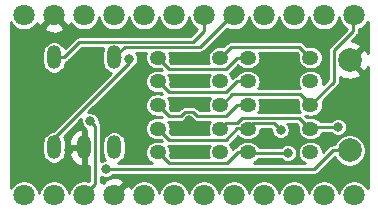
<source format=gbr>
%TF.GenerationSoftware,KiCad,Pcbnew,(5.1.8-0-10_14)*%
%TF.CreationDate,2021-02-06T12:21:22+09:00*%
%TF.ProjectId,usb-pidvid-fixture,7573622d-7069-4647-9669-642d66697874,rev?*%
%TF.SameCoordinates,Original*%
%TF.FileFunction,Copper,L1,Top*%
%TF.FilePolarity,Positive*%
%FSLAX46Y46*%
G04 Gerber Fmt 4.6, Leading zero omitted, Abs format (unit mm)*
G04 Created by KiCad (PCBNEW (5.1.8-0-10_14)) date 2021-02-06 12:21:22*
%MOMM*%
%LPD*%
G01*
G04 APERTURE LIST*
%TA.AperFunction,ComponentPad*%
%ADD10O,1.400000X1.200000*%
%TD*%
%TA.AperFunction,ComponentPad*%
%ADD11C,1.800000*%
%TD*%
%TA.AperFunction,ComponentPad*%
%ADD12C,2.000000*%
%TD*%
%TA.AperFunction,ComponentPad*%
%ADD13O,1.200000X2.000000*%
%TD*%
%TA.AperFunction,ViaPad*%
%ADD14C,0.800000*%
%TD*%
%TA.AperFunction,Conductor*%
%ADD15C,0.250000*%
%TD*%
%TA.AperFunction,Conductor*%
%ADD16C,0.254000*%
%TD*%
%TA.AperFunction,Conductor*%
%ADD17C,0.100000*%
%TD*%
G04 APERTURE END LIST*
D10*
%TO.P,D1,5*%
%TO.N,D8*%
X133246040Y-82716200D03*
%TO.P,D1,6*%
%TO.N,Net-(D1-Pad6)*%
X138546040Y-82716200D03*
%TO.P,D1,4*%
%TO.N,D7*%
X133246040Y-80716200D03*
%TO.P,D1,7*%
%TO.N,D9*%
X138546040Y-80716200D03*
%TO.P,D1,3*%
%TO.N,D6*%
X133246040Y-78716200D03*
%TO.P,D1,8*%
%TO.N,D10*%
X138546040Y-78716200D03*
%TO.P,D1,2*%
%TO.N,D5*%
X133246040Y-76716200D03*
%TO.P,D1,9*%
%TO.N,Net-(D1-Pad6)*%
X138546040Y-76716200D03*
%TO.P,D1,1*%
%TO.N,D4*%
X133246040Y-74716200D03*
%TO.P,D1,10*%
%TO.N,D11*%
X138546040Y-74716200D03*
%TD*%
%TO.P,D2,5*%
%TO.N,D8*%
X125626040Y-82716200D03*
%TO.P,D2,6*%
%TO.N,Net-(D2-Pad6)*%
X130926040Y-82716200D03*
%TO.P,D2,4*%
%TO.N,D7*%
X125626040Y-80716200D03*
%TO.P,D2,7*%
%TO.N,D9*%
X130926040Y-80716200D03*
%TO.P,D2,3*%
%TO.N,D6*%
X125626040Y-78716200D03*
%TO.P,D2,8*%
%TO.N,D10*%
X130926040Y-78716200D03*
%TO.P,D2,2*%
%TO.N,D5*%
X125626040Y-76716200D03*
%TO.P,D2,9*%
%TO.N,Net-(D2-Pad6)*%
X130926040Y-76716200D03*
%TO.P,D2,1*%
%TO.N,D4*%
X125626040Y-74716200D03*
%TO.P,D2,10*%
%TO.N,D11*%
X130926040Y-74716200D03*
%TD*%
D11*
%TO.P,J1,1*%
%TO.N,Net-(J1-Pad1)*%
X114300000Y-86360000D03*
%TO.P,J1,2*%
%TO.N,Net-(J1-Pad2)*%
X116840000Y-86360000D03*
%TO.P,J1,3*%
%TO.N,RESET2*%
X119380000Y-86360000D03*
%TO.P,J1,4*%
%TO.N,GND*%
X121920000Y-86360000D03*
%TO.P,J1,5*%
%TO.N,Net-(J1-Pad5)*%
X124460000Y-86360000D03*
%TO.P,J1,6*%
%TO.N,Net-(J1-Pad6)*%
X127000000Y-86360000D03*
%TO.P,J1,7*%
%TO.N,D4*%
X129540000Y-86360000D03*
%TO.P,J1,8*%
%TO.N,D5*%
X132080000Y-86360000D03*
%TO.P,J1,9*%
%TO.N,D6*%
X134620000Y-86360000D03*
%TO.P,J1,10*%
%TO.N,D7*%
X137160000Y-86360000D03*
%TO.P,J1,11*%
%TO.N,D8*%
X139700000Y-86360000D03*
%TO.P,J1,12*%
%TO.N,D9*%
X142240000Y-86360000D03*
%TO.P,J1,13*%
%TO.N,D10*%
X142240000Y-71120000D03*
%TO.P,J1,14*%
%TO.N,D11*%
X139700000Y-71120000D03*
%TO.P,J1,15*%
%TO.N,D12*%
X137160000Y-71120000D03*
%TO.P,J1,16*%
%TO.N,D13*%
X134620000Y-71120000D03*
%TO.P,J1,17*%
%TO.N,D14*%
X132080000Y-71120000D03*
%TO.P,J1,18*%
%TO.N,D15*%
X129540000Y-71120000D03*
%TO.P,J1,19*%
%TO.N,D16*%
X127000000Y-71120000D03*
%TO.P,J1,20*%
%TO.N,D18*%
X124460000Y-71120000D03*
%TO.P,J1,21*%
%TO.N,VCC*%
X121920000Y-71120000D03*
%TO.P,J1,22*%
%TO.N,RESET*%
X119380000Y-71120000D03*
%TO.P,J1,23*%
%TO.N,GND*%
X116840000Y-71120000D03*
%TO.P,J1,24*%
%TO.N,Net-(J1-Pad24)*%
X114300000Y-71120000D03*
%TD*%
D12*
%TO.P,S1,1*%
%TO.N,Net-(JP1-Pad2)*%
X141859000Y-82550000D03*
%TO.P,S1,2*%
%TO.N,GND*%
X141859000Y-74930000D03*
%TD*%
D13*
%TO.P,SW1,4*%
%TO.N,D16*%
X121920000Y-82307100D03*
%TO.P,SW1,1*%
%TO.N,D14*%
X121920000Y-74687100D03*
%TO.P,SW1,C*%
%TO.N,GND*%
X119380000Y-82307100D03*
%TO.P,SW1,8*%
%TO.N,D18*%
X116840000Y-82307100D03*
%TO.P,SW1,2*%
%TO.N,D15*%
X116840000Y-74687100D03*
%TD*%
D14*
%TO.N,D9*%
X140893800Y-80568800D03*
%TO.N,D7*%
X136017000Y-80822800D03*
%TO.N,D8*%
X136626600Y-82778600D03*
%TO.N,RESET2*%
X119927210Y-80105965D03*
%TO.N,GND*%
X139682640Y-84827958D03*
X123190000Y-80010000D03*
X123190000Y-77470000D03*
X123232205Y-82550000D03*
X121920000Y-78740000D03*
X120650000Y-74930000D03*
X115570000Y-80010000D03*
X114300000Y-78740000D03*
X115570000Y-77470000D03*
X114300000Y-76200000D03*
X115570000Y-74930000D03*
X114300000Y-73660000D03*
X114300000Y-81280000D03*
X115570000Y-82550000D03*
X114300000Y-83820000D03*
X115570000Y-85090000D03*
X118110000Y-85090000D03*
X118110000Y-82550000D03*
X116840000Y-78740000D03*
X115570000Y-72390000D03*
X128270000Y-82550000D03*
X128270000Y-80010000D03*
X130810000Y-85090000D03*
X125730000Y-85090000D03*
X127635000Y-76708000D03*
X127635000Y-78486000D03*
X127635000Y-74676000D03*
X136017000Y-78740000D03*
X135001000Y-76708000D03*
X135001000Y-74803000D03*
X141859000Y-79756000D03*
X141859000Y-77216000D03*
X133350000Y-85090000D03*
X128270000Y-72390000D03*
X135890000Y-72517000D03*
X120650000Y-72390000D03*
X123190000Y-72390000D03*
X140970000Y-72517000D03*
X142113000Y-84455000D03*
%TO.N,D18*%
X123190000Y-74803000D03*
%TO.N,Net-(JP1-Pad2)*%
X121234200Y-84124800D03*
%TD*%
D15*
%TO.N,D11*%
X131851050Y-73791190D02*
X137621390Y-73791190D01*
X130926040Y-74716200D02*
X131851050Y-73791190D01*
X137621390Y-73791190D02*
X138531600Y-74701400D01*
%TO.N,D4*%
X132323601Y-74726800D02*
X133273800Y-74726800D01*
X131409191Y-75641210D02*
X132323601Y-74726800D01*
X126551050Y-75641210D02*
X131409191Y-75641210D01*
X125626040Y-74716200D02*
X126551050Y-75641210D01*
%TO.N,D5*%
X131409191Y-77641210D02*
X132342401Y-76708000D01*
X132342401Y-76708000D02*
X133248400Y-76708000D01*
X126551050Y-77641210D02*
X131409191Y-77641210D01*
X125626040Y-76716200D02*
X126551050Y-77641210D01*
%TO.N,D10*%
X131951050Y-77791190D02*
X137633590Y-77791190D01*
X131026040Y-78716200D02*
X131951050Y-77791190D01*
X130926040Y-78716200D02*
X131026040Y-78716200D01*
X137633590Y-77791190D02*
X138557000Y-78714600D01*
X142189200Y-72440800D02*
X142189200Y-71145400D01*
X140533999Y-74096001D02*
X142189200Y-72440800D01*
X140533999Y-76728241D02*
X140533999Y-74096001D01*
X138546040Y-78716200D02*
X140533999Y-76728241D01*
%TO.N,D6*%
X131409191Y-79641210D02*
X132335801Y-78714600D01*
X128974212Y-79641210D02*
X131409191Y-79641210D01*
X128618001Y-79284999D02*
X128974212Y-79641210D01*
X127921999Y-79284999D02*
X128618001Y-79284999D01*
X127565788Y-79641210D02*
X127921999Y-79284999D01*
X132335801Y-78714600D02*
X133223000Y-78714600D01*
X126551050Y-79641210D02*
X127565788Y-79641210D01*
X125626040Y-78716200D02*
X126551050Y-79641210D01*
%TO.N,D9*%
X132762889Y-79791190D02*
X137550790Y-79791190D01*
X132308288Y-80245791D02*
X132762889Y-79791190D01*
X131396449Y-80245791D02*
X132308288Y-80245791D01*
X130926040Y-80716200D02*
X131396449Y-80245791D01*
X137550790Y-79791190D02*
X138531600Y-80772000D01*
X140893800Y-80568800D02*
X138684000Y-80568800D01*
X138684000Y-80568800D02*
X138531600Y-80721200D01*
%TO.N,D7*%
X133197600Y-80695800D02*
X133223000Y-80670400D01*
X132354601Y-80695800D02*
X133197600Y-80695800D01*
X131409191Y-81641210D02*
X132354601Y-80695800D01*
X126551050Y-81641210D02*
X131409191Y-81641210D01*
X125626040Y-80716200D02*
X126551050Y-81641210D01*
X133680200Y-80264000D02*
X133197600Y-80746600D01*
X135458200Y-80264000D02*
X133680200Y-80264000D01*
X136017000Y-80822800D02*
X135458200Y-80264000D01*
%TO.N,D8*%
X126551050Y-83641210D02*
X131445990Y-83641210D01*
X125626040Y-82716200D02*
X126551050Y-83641210D01*
X131445990Y-83641210D02*
X132308600Y-82778600D01*
X132308600Y-82778600D02*
X132384800Y-82702400D01*
X132384800Y-82702400D02*
X133248400Y-82702400D01*
X136626600Y-82778600D02*
X133375400Y-82778600D01*
X133375400Y-82778600D02*
X133299200Y-82702400D01*
%TO.N,RESET2*%
X120327209Y-80505964D02*
X119927210Y-80105965D01*
X120327209Y-85412791D02*
X120327209Y-80505964D01*
X119380000Y-86360000D02*
X120327209Y-85412791D01*
%TO.N,GND*%
X123452042Y-84827958D02*
X139682640Y-84827958D01*
X121920000Y-86360000D02*
X123452042Y-84827958D01*
X123190000Y-82507795D02*
X123232205Y-82550000D01*
X123190000Y-80010000D02*
X123190000Y-82507795D01*
%TO.N,D14*%
X121412000Y-74676000D02*
X122428000Y-74676000D01*
X131749800Y-71247000D02*
X132105400Y-71247000D01*
X129209800Y-73787000D02*
X131749800Y-71247000D01*
X122820100Y-73787000D02*
X129209800Y-73787000D01*
X121920000Y-74687100D02*
X122820100Y-73787000D01*
%TO.N,D15*%
X128593010Y-73336990D02*
X129514600Y-72415400D01*
X129514600Y-72415400D02*
X129514600Y-71196200D01*
X122633700Y-73336990D02*
X128593010Y-73336990D01*
X122564690Y-73406000D02*
X122633700Y-73336990D01*
X122303151Y-73362090D02*
X122347061Y-73406000D01*
X117690000Y-74687100D02*
X118971100Y-73406000D01*
X121536849Y-73362090D02*
X122303151Y-73362090D01*
X122347061Y-73406000D02*
X122564690Y-73406000D01*
X121492939Y-73406000D02*
X121536849Y-73362090D01*
X118971100Y-73406000D02*
X121492939Y-73406000D01*
X116840000Y-74687100D02*
X117690000Y-74687100D01*
%TO.N,D18*%
X116840000Y-81534000D02*
X123190000Y-75184000D01*
X123190000Y-75184000D02*
X123190000Y-74803000D01*
X116840000Y-82307100D02*
X116840000Y-81534000D01*
%TO.N,Net-(JP1-Pad2)*%
X138869987Y-84124800D02*
X135729279Y-84124800D01*
X140444787Y-82550000D02*
X138869987Y-84124800D01*
X135729279Y-84124800D02*
X121234200Y-84124800D01*
X141859000Y-82550000D02*
X140444787Y-82550000D01*
%TD*%
D16*
%TO.N,GND*%
X143383000Y-74334238D02*
X143351795Y-74243912D01*
X143258814Y-74069956D01*
X142994413Y-73974192D01*
X142038605Y-74930000D01*
X142994413Y-75885808D01*
X143258814Y-75790044D01*
X143383000Y-75534766D01*
X143383000Y-85772033D01*
X143375207Y-85753219D01*
X143235018Y-85543410D01*
X143056590Y-85364982D01*
X142846781Y-85224793D01*
X142613654Y-85128228D01*
X142366167Y-85079000D01*
X142113833Y-85079000D01*
X141866346Y-85128228D01*
X141633219Y-85224793D01*
X141423410Y-85364982D01*
X141244982Y-85543410D01*
X141104793Y-85753219D01*
X141008228Y-85986346D01*
X140970000Y-86178532D01*
X140931772Y-85986346D01*
X140835207Y-85753219D01*
X140695018Y-85543410D01*
X140516590Y-85364982D01*
X140306781Y-85224793D01*
X140073654Y-85128228D01*
X139826167Y-85079000D01*
X139573833Y-85079000D01*
X139326346Y-85128228D01*
X139093219Y-85224793D01*
X138883410Y-85364982D01*
X138704982Y-85543410D01*
X138564793Y-85753219D01*
X138468228Y-85986346D01*
X138430000Y-86178532D01*
X138391772Y-85986346D01*
X138295207Y-85753219D01*
X138155018Y-85543410D01*
X137976590Y-85364982D01*
X137766781Y-85224793D01*
X137533654Y-85128228D01*
X137286167Y-85079000D01*
X137033833Y-85079000D01*
X136786346Y-85128228D01*
X136553219Y-85224793D01*
X136343410Y-85364982D01*
X136164982Y-85543410D01*
X136024793Y-85753219D01*
X135928228Y-85986346D01*
X135890000Y-86178532D01*
X135851772Y-85986346D01*
X135755207Y-85753219D01*
X135615018Y-85543410D01*
X135436590Y-85364982D01*
X135226781Y-85224793D01*
X134993654Y-85128228D01*
X134746167Y-85079000D01*
X134493833Y-85079000D01*
X134246346Y-85128228D01*
X134013219Y-85224793D01*
X133803410Y-85364982D01*
X133624982Y-85543410D01*
X133484793Y-85753219D01*
X133388228Y-85986346D01*
X133350000Y-86178532D01*
X133311772Y-85986346D01*
X133215207Y-85753219D01*
X133075018Y-85543410D01*
X132896590Y-85364982D01*
X132686781Y-85224793D01*
X132453654Y-85128228D01*
X132206167Y-85079000D01*
X131953833Y-85079000D01*
X131706346Y-85128228D01*
X131473219Y-85224793D01*
X131263410Y-85364982D01*
X131084982Y-85543410D01*
X130944793Y-85753219D01*
X130848228Y-85986346D01*
X130810000Y-86178532D01*
X130771772Y-85986346D01*
X130675207Y-85753219D01*
X130535018Y-85543410D01*
X130356590Y-85364982D01*
X130146781Y-85224793D01*
X129913654Y-85128228D01*
X129666167Y-85079000D01*
X129413833Y-85079000D01*
X129166346Y-85128228D01*
X128933219Y-85224793D01*
X128723410Y-85364982D01*
X128544982Y-85543410D01*
X128404793Y-85753219D01*
X128308228Y-85986346D01*
X128270000Y-86178532D01*
X128231772Y-85986346D01*
X128135207Y-85753219D01*
X127995018Y-85543410D01*
X127816590Y-85364982D01*
X127606781Y-85224793D01*
X127373654Y-85128228D01*
X127126167Y-85079000D01*
X126873833Y-85079000D01*
X126626346Y-85128228D01*
X126393219Y-85224793D01*
X126183410Y-85364982D01*
X126004982Y-85543410D01*
X125864793Y-85753219D01*
X125768228Y-85986346D01*
X125730000Y-86178532D01*
X125691772Y-85986346D01*
X125595207Y-85753219D01*
X125455018Y-85543410D01*
X125276590Y-85364982D01*
X125066781Y-85224793D01*
X124833654Y-85128228D01*
X124586167Y-85079000D01*
X124333833Y-85079000D01*
X124086346Y-85128228D01*
X123853219Y-85224793D01*
X123643410Y-85364982D01*
X123464982Y-85543410D01*
X123330709Y-85744364D01*
X123318222Y-85708801D01*
X123238261Y-85559208D01*
X122984080Y-85475525D01*
X122099605Y-86360000D01*
X122113748Y-86374143D01*
X121934143Y-86553748D01*
X121920000Y-86539605D01*
X121905858Y-86553748D01*
X121726253Y-86374143D01*
X121740395Y-86360000D01*
X121726253Y-86345858D01*
X121905858Y-86166253D01*
X121920000Y-86180395D01*
X122804475Y-85295920D01*
X122720792Y-85041739D01*
X122448225Y-84910842D01*
X122155358Y-84835635D01*
X121853447Y-84819009D01*
X121554093Y-84861603D01*
X121268801Y-84961778D01*
X121119208Y-85041739D01*
X121035526Y-85295918D01*
X120919578Y-85179970D01*
X120833209Y-85266339D01*
X120833209Y-84796167D01*
X120864258Y-84816913D01*
X121006391Y-84875787D01*
X121157278Y-84905800D01*
X121311122Y-84905800D01*
X121462009Y-84875787D01*
X121604142Y-84816913D01*
X121732059Y-84731442D01*
X121832701Y-84630800D01*
X138845141Y-84630800D01*
X138869987Y-84633247D01*
X138894833Y-84630800D01*
X138894841Y-84630800D01*
X138969180Y-84623478D01*
X139064562Y-84594545D01*
X139152466Y-84547559D01*
X139229514Y-84484327D01*
X139245363Y-84465015D01*
X140597407Y-83112972D01*
X140635174Y-83204149D01*
X140786307Y-83430336D01*
X140978664Y-83622693D01*
X141204851Y-83773826D01*
X141456177Y-83877929D01*
X141722983Y-83931000D01*
X141995017Y-83931000D01*
X142261823Y-83877929D01*
X142513149Y-83773826D01*
X142739336Y-83622693D01*
X142931693Y-83430336D01*
X143082826Y-83204149D01*
X143186929Y-82952823D01*
X143240000Y-82686017D01*
X143240000Y-82413983D01*
X143186929Y-82147177D01*
X143082826Y-81895851D01*
X142931693Y-81669664D01*
X142739336Y-81477307D01*
X142513149Y-81326174D01*
X142261823Y-81222071D01*
X141995017Y-81169000D01*
X141722983Y-81169000D01*
X141456177Y-81222071D01*
X141204851Y-81326174D01*
X140978664Y-81477307D01*
X140786307Y-81669664D01*
X140635174Y-81895851D01*
X140573808Y-82044000D01*
X140469641Y-82044000D01*
X140444787Y-82041552D01*
X140419933Y-82044000D01*
X140345594Y-82051322D01*
X140250212Y-82080255D01*
X140162308Y-82127241D01*
X140085260Y-82190473D01*
X140069415Y-82209780D01*
X139625618Y-82653577D01*
X139612845Y-82523890D01*
X139556751Y-82338971D01*
X139465658Y-82168549D01*
X139343068Y-82019172D01*
X139193691Y-81896582D01*
X139023269Y-81805489D01*
X138838350Y-81749395D01*
X138694227Y-81735200D01*
X138397853Y-81735200D01*
X138253730Y-81749395D01*
X138068811Y-81805489D01*
X137898389Y-81896582D01*
X137749012Y-82019172D01*
X137626422Y-82168549D01*
X137535329Y-82338971D01*
X137479235Y-82523890D01*
X137460294Y-82716200D01*
X137479235Y-82908510D01*
X137535329Y-83093429D01*
X137626422Y-83263851D01*
X137749012Y-83413228D01*
X137898389Y-83535818D01*
X138053636Y-83618800D01*
X133738444Y-83618800D01*
X133893691Y-83535818D01*
X134043068Y-83413228D01*
X134148630Y-83284600D01*
X136028099Y-83284600D01*
X136128741Y-83385242D01*
X136256658Y-83470713D01*
X136398791Y-83529587D01*
X136549678Y-83559600D01*
X136703522Y-83559600D01*
X136854409Y-83529587D01*
X136996542Y-83470713D01*
X137124459Y-83385242D01*
X137233242Y-83276459D01*
X137318713Y-83148542D01*
X137377587Y-83006409D01*
X137407600Y-82855522D01*
X137407600Y-82701678D01*
X137377587Y-82550791D01*
X137318713Y-82408658D01*
X137233242Y-82280741D01*
X137124459Y-82171958D01*
X136996542Y-82086487D01*
X136854409Y-82027613D01*
X136703522Y-81997600D01*
X136549678Y-81997600D01*
X136398791Y-82027613D01*
X136256658Y-82086487D01*
X136128741Y-82171958D01*
X136028099Y-82272600D01*
X134221275Y-82272600D01*
X134165658Y-82168549D01*
X134043068Y-82019172D01*
X133893691Y-81896582D01*
X133723269Y-81805489D01*
X133538350Y-81749395D01*
X133394227Y-81735200D01*
X133097853Y-81735200D01*
X132953730Y-81749395D01*
X132768811Y-81805489D01*
X132598389Y-81896582D01*
X132449012Y-82019172D01*
X132326422Y-82168549D01*
X132308845Y-82201433D01*
X132285607Y-82203722D01*
X132190225Y-82232655D01*
X132102321Y-82279641D01*
X132025273Y-82342873D01*
X132009424Y-82362185D01*
X131968384Y-82403225D01*
X131968378Y-82403230D01*
X131959068Y-82412540D01*
X131936751Y-82338971D01*
X131845658Y-82168549D01*
X131732400Y-82030543D01*
X131768718Y-82000737D01*
X131784567Y-81981425D01*
X132405628Y-81360364D01*
X132449012Y-81413228D01*
X132598389Y-81535818D01*
X132768811Y-81626911D01*
X132953730Y-81683005D01*
X133097853Y-81697200D01*
X133394227Y-81697200D01*
X133538350Y-81683005D01*
X133723269Y-81626911D01*
X133893691Y-81535818D01*
X134043068Y-81413228D01*
X134165658Y-81263851D01*
X134256751Y-81093429D01*
X134312845Y-80908510D01*
X134326487Y-80770000D01*
X135236000Y-80770000D01*
X135236000Y-80899722D01*
X135266013Y-81050609D01*
X135324887Y-81192742D01*
X135410358Y-81320659D01*
X135519141Y-81429442D01*
X135647058Y-81514913D01*
X135789191Y-81573787D01*
X135940078Y-81603800D01*
X136093922Y-81603800D01*
X136244809Y-81573787D01*
X136386942Y-81514913D01*
X136514859Y-81429442D01*
X136623642Y-81320659D01*
X136709113Y-81192742D01*
X136767987Y-81050609D01*
X136798000Y-80899722D01*
X136798000Y-80745878D01*
X136767987Y-80594991D01*
X136709113Y-80452858D01*
X136623642Y-80324941D01*
X136595891Y-80297190D01*
X137341199Y-80297190D01*
X137499871Y-80455862D01*
X137479235Y-80523890D01*
X137460294Y-80716200D01*
X137479235Y-80908510D01*
X137535329Y-81093429D01*
X137626422Y-81263851D01*
X137749012Y-81413228D01*
X137898389Y-81535818D01*
X138068811Y-81626911D01*
X138253730Y-81683005D01*
X138397853Y-81697200D01*
X138694227Y-81697200D01*
X138838350Y-81683005D01*
X139023269Y-81626911D01*
X139193691Y-81535818D01*
X139343068Y-81413228D01*
X139465658Y-81263851D01*
X139556751Y-81093429D01*
X139562402Y-81074800D01*
X140295299Y-81074800D01*
X140395941Y-81175442D01*
X140523858Y-81260913D01*
X140665991Y-81319787D01*
X140816878Y-81349800D01*
X140970722Y-81349800D01*
X141121609Y-81319787D01*
X141263742Y-81260913D01*
X141391659Y-81175442D01*
X141500442Y-81066659D01*
X141585913Y-80938742D01*
X141644787Y-80796609D01*
X141674800Y-80645722D01*
X141674800Y-80491878D01*
X141644787Y-80340991D01*
X141585913Y-80198858D01*
X141500442Y-80070941D01*
X141391659Y-79962158D01*
X141263742Y-79876687D01*
X141121609Y-79817813D01*
X140970722Y-79787800D01*
X140816878Y-79787800D01*
X140665991Y-79817813D01*
X140523858Y-79876687D01*
X140395941Y-79962158D01*
X140295299Y-80062800D01*
X139378872Y-80062800D01*
X139343068Y-80019172D01*
X139193691Y-79896582D01*
X139023269Y-79805489D01*
X138838350Y-79749395D01*
X138694227Y-79735200D01*
X138397853Y-79735200D01*
X138253730Y-79749395D01*
X138231369Y-79756178D01*
X138116598Y-79641407D01*
X138253730Y-79683005D01*
X138397853Y-79697200D01*
X138694227Y-79697200D01*
X138838350Y-79683005D01*
X139023269Y-79626911D01*
X139193691Y-79535818D01*
X139343068Y-79413228D01*
X139465658Y-79263851D01*
X139556751Y-79093429D01*
X139612845Y-78908510D01*
X139631786Y-78716200D01*
X139612845Y-78523890D01*
X139575861Y-78401970D01*
X140874219Y-77103613D01*
X140893526Y-77087768D01*
X140956758Y-77010720D01*
X141003744Y-76922816D01*
X141032677Y-76827434D01*
X141039999Y-76753095D01*
X141039999Y-76753094D01*
X141042447Y-76728241D01*
X141039999Y-76703387D01*
X141039999Y-76349780D01*
X141288571Y-76470704D01*
X141600108Y-76552384D01*
X141921595Y-76571718D01*
X142240675Y-76527961D01*
X142545088Y-76422795D01*
X142719044Y-76329814D01*
X142814808Y-76065413D01*
X141859000Y-75109605D01*
X141844858Y-75123748D01*
X141665253Y-74944143D01*
X141679395Y-74930000D01*
X141665253Y-74915858D01*
X141844858Y-74736253D01*
X141859000Y-74750395D01*
X142814808Y-73794587D01*
X142719044Y-73530186D01*
X142429429Y-73389296D01*
X142117892Y-73307616D01*
X142042509Y-73303083D01*
X142529420Y-72816172D01*
X142548727Y-72800327D01*
X142611959Y-72723279D01*
X142658945Y-72635375D01*
X142687878Y-72539993D01*
X142695200Y-72465654D01*
X142695200Y-72465653D01*
X142697648Y-72440800D01*
X142695200Y-72415946D01*
X142695200Y-72317994D01*
X142846781Y-72255207D01*
X143056590Y-72115018D01*
X143235018Y-71936590D01*
X143375207Y-71726781D01*
X143383000Y-71707967D01*
X143383000Y-74334238D01*
%TA.AperFunction,Conductor*%
D17*
G36*
X143383000Y-74334238D02*
G01*
X143351795Y-74243912D01*
X143258814Y-74069956D01*
X142994413Y-73974192D01*
X142038605Y-74930000D01*
X142994413Y-75885808D01*
X143258814Y-75790044D01*
X143383000Y-75534766D01*
X143383000Y-85772033D01*
X143375207Y-85753219D01*
X143235018Y-85543410D01*
X143056590Y-85364982D01*
X142846781Y-85224793D01*
X142613654Y-85128228D01*
X142366167Y-85079000D01*
X142113833Y-85079000D01*
X141866346Y-85128228D01*
X141633219Y-85224793D01*
X141423410Y-85364982D01*
X141244982Y-85543410D01*
X141104793Y-85753219D01*
X141008228Y-85986346D01*
X140970000Y-86178532D01*
X140931772Y-85986346D01*
X140835207Y-85753219D01*
X140695018Y-85543410D01*
X140516590Y-85364982D01*
X140306781Y-85224793D01*
X140073654Y-85128228D01*
X139826167Y-85079000D01*
X139573833Y-85079000D01*
X139326346Y-85128228D01*
X139093219Y-85224793D01*
X138883410Y-85364982D01*
X138704982Y-85543410D01*
X138564793Y-85753219D01*
X138468228Y-85986346D01*
X138430000Y-86178532D01*
X138391772Y-85986346D01*
X138295207Y-85753219D01*
X138155018Y-85543410D01*
X137976590Y-85364982D01*
X137766781Y-85224793D01*
X137533654Y-85128228D01*
X137286167Y-85079000D01*
X137033833Y-85079000D01*
X136786346Y-85128228D01*
X136553219Y-85224793D01*
X136343410Y-85364982D01*
X136164982Y-85543410D01*
X136024793Y-85753219D01*
X135928228Y-85986346D01*
X135890000Y-86178532D01*
X135851772Y-85986346D01*
X135755207Y-85753219D01*
X135615018Y-85543410D01*
X135436590Y-85364982D01*
X135226781Y-85224793D01*
X134993654Y-85128228D01*
X134746167Y-85079000D01*
X134493833Y-85079000D01*
X134246346Y-85128228D01*
X134013219Y-85224793D01*
X133803410Y-85364982D01*
X133624982Y-85543410D01*
X133484793Y-85753219D01*
X133388228Y-85986346D01*
X133350000Y-86178532D01*
X133311772Y-85986346D01*
X133215207Y-85753219D01*
X133075018Y-85543410D01*
X132896590Y-85364982D01*
X132686781Y-85224793D01*
X132453654Y-85128228D01*
X132206167Y-85079000D01*
X131953833Y-85079000D01*
X131706346Y-85128228D01*
X131473219Y-85224793D01*
X131263410Y-85364982D01*
X131084982Y-85543410D01*
X130944793Y-85753219D01*
X130848228Y-85986346D01*
X130810000Y-86178532D01*
X130771772Y-85986346D01*
X130675207Y-85753219D01*
X130535018Y-85543410D01*
X130356590Y-85364982D01*
X130146781Y-85224793D01*
X129913654Y-85128228D01*
X129666167Y-85079000D01*
X129413833Y-85079000D01*
X129166346Y-85128228D01*
X128933219Y-85224793D01*
X128723410Y-85364982D01*
X128544982Y-85543410D01*
X128404793Y-85753219D01*
X128308228Y-85986346D01*
X128270000Y-86178532D01*
X128231772Y-85986346D01*
X128135207Y-85753219D01*
X127995018Y-85543410D01*
X127816590Y-85364982D01*
X127606781Y-85224793D01*
X127373654Y-85128228D01*
X127126167Y-85079000D01*
X126873833Y-85079000D01*
X126626346Y-85128228D01*
X126393219Y-85224793D01*
X126183410Y-85364982D01*
X126004982Y-85543410D01*
X125864793Y-85753219D01*
X125768228Y-85986346D01*
X125730000Y-86178532D01*
X125691772Y-85986346D01*
X125595207Y-85753219D01*
X125455018Y-85543410D01*
X125276590Y-85364982D01*
X125066781Y-85224793D01*
X124833654Y-85128228D01*
X124586167Y-85079000D01*
X124333833Y-85079000D01*
X124086346Y-85128228D01*
X123853219Y-85224793D01*
X123643410Y-85364982D01*
X123464982Y-85543410D01*
X123330709Y-85744364D01*
X123318222Y-85708801D01*
X123238261Y-85559208D01*
X122984080Y-85475525D01*
X122099605Y-86360000D01*
X122113748Y-86374143D01*
X121934143Y-86553748D01*
X121920000Y-86539605D01*
X121905858Y-86553748D01*
X121726253Y-86374143D01*
X121740395Y-86360000D01*
X121726253Y-86345858D01*
X121905858Y-86166253D01*
X121920000Y-86180395D01*
X122804475Y-85295920D01*
X122720792Y-85041739D01*
X122448225Y-84910842D01*
X122155358Y-84835635D01*
X121853447Y-84819009D01*
X121554093Y-84861603D01*
X121268801Y-84961778D01*
X121119208Y-85041739D01*
X121035526Y-85295918D01*
X120919578Y-85179970D01*
X120833209Y-85266339D01*
X120833209Y-84796167D01*
X120864258Y-84816913D01*
X121006391Y-84875787D01*
X121157278Y-84905800D01*
X121311122Y-84905800D01*
X121462009Y-84875787D01*
X121604142Y-84816913D01*
X121732059Y-84731442D01*
X121832701Y-84630800D01*
X138845141Y-84630800D01*
X138869987Y-84633247D01*
X138894833Y-84630800D01*
X138894841Y-84630800D01*
X138969180Y-84623478D01*
X139064562Y-84594545D01*
X139152466Y-84547559D01*
X139229514Y-84484327D01*
X139245363Y-84465015D01*
X140597407Y-83112972D01*
X140635174Y-83204149D01*
X140786307Y-83430336D01*
X140978664Y-83622693D01*
X141204851Y-83773826D01*
X141456177Y-83877929D01*
X141722983Y-83931000D01*
X141995017Y-83931000D01*
X142261823Y-83877929D01*
X142513149Y-83773826D01*
X142739336Y-83622693D01*
X142931693Y-83430336D01*
X143082826Y-83204149D01*
X143186929Y-82952823D01*
X143240000Y-82686017D01*
X143240000Y-82413983D01*
X143186929Y-82147177D01*
X143082826Y-81895851D01*
X142931693Y-81669664D01*
X142739336Y-81477307D01*
X142513149Y-81326174D01*
X142261823Y-81222071D01*
X141995017Y-81169000D01*
X141722983Y-81169000D01*
X141456177Y-81222071D01*
X141204851Y-81326174D01*
X140978664Y-81477307D01*
X140786307Y-81669664D01*
X140635174Y-81895851D01*
X140573808Y-82044000D01*
X140469641Y-82044000D01*
X140444787Y-82041552D01*
X140419933Y-82044000D01*
X140345594Y-82051322D01*
X140250212Y-82080255D01*
X140162308Y-82127241D01*
X140085260Y-82190473D01*
X140069415Y-82209780D01*
X139625618Y-82653577D01*
X139612845Y-82523890D01*
X139556751Y-82338971D01*
X139465658Y-82168549D01*
X139343068Y-82019172D01*
X139193691Y-81896582D01*
X139023269Y-81805489D01*
X138838350Y-81749395D01*
X138694227Y-81735200D01*
X138397853Y-81735200D01*
X138253730Y-81749395D01*
X138068811Y-81805489D01*
X137898389Y-81896582D01*
X137749012Y-82019172D01*
X137626422Y-82168549D01*
X137535329Y-82338971D01*
X137479235Y-82523890D01*
X137460294Y-82716200D01*
X137479235Y-82908510D01*
X137535329Y-83093429D01*
X137626422Y-83263851D01*
X137749012Y-83413228D01*
X137898389Y-83535818D01*
X138053636Y-83618800D01*
X133738444Y-83618800D01*
X133893691Y-83535818D01*
X134043068Y-83413228D01*
X134148630Y-83284600D01*
X136028099Y-83284600D01*
X136128741Y-83385242D01*
X136256658Y-83470713D01*
X136398791Y-83529587D01*
X136549678Y-83559600D01*
X136703522Y-83559600D01*
X136854409Y-83529587D01*
X136996542Y-83470713D01*
X137124459Y-83385242D01*
X137233242Y-83276459D01*
X137318713Y-83148542D01*
X137377587Y-83006409D01*
X137407600Y-82855522D01*
X137407600Y-82701678D01*
X137377587Y-82550791D01*
X137318713Y-82408658D01*
X137233242Y-82280741D01*
X137124459Y-82171958D01*
X136996542Y-82086487D01*
X136854409Y-82027613D01*
X136703522Y-81997600D01*
X136549678Y-81997600D01*
X136398791Y-82027613D01*
X136256658Y-82086487D01*
X136128741Y-82171958D01*
X136028099Y-82272600D01*
X134221275Y-82272600D01*
X134165658Y-82168549D01*
X134043068Y-82019172D01*
X133893691Y-81896582D01*
X133723269Y-81805489D01*
X133538350Y-81749395D01*
X133394227Y-81735200D01*
X133097853Y-81735200D01*
X132953730Y-81749395D01*
X132768811Y-81805489D01*
X132598389Y-81896582D01*
X132449012Y-82019172D01*
X132326422Y-82168549D01*
X132308845Y-82201433D01*
X132285607Y-82203722D01*
X132190225Y-82232655D01*
X132102321Y-82279641D01*
X132025273Y-82342873D01*
X132009424Y-82362185D01*
X131968384Y-82403225D01*
X131968378Y-82403230D01*
X131959068Y-82412540D01*
X131936751Y-82338971D01*
X131845658Y-82168549D01*
X131732400Y-82030543D01*
X131768718Y-82000737D01*
X131784567Y-81981425D01*
X132405628Y-81360364D01*
X132449012Y-81413228D01*
X132598389Y-81535818D01*
X132768811Y-81626911D01*
X132953730Y-81683005D01*
X133097853Y-81697200D01*
X133394227Y-81697200D01*
X133538350Y-81683005D01*
X133723269Y-81626911D01*
X133893691Y-81535818D01*
X134043068Y-81413228D01*
X134165658Y-81263851D01*
X134256751Y-81093429D01*
X134312845Y-80908510D01*
X134326487Y-80770000D01*
X135236000Y-80770000D01*
X135236000Y-80899722D01*
X135266013Y-81050609D01*
X135324887Y-81192742D01*
X135410358Y-81320659D01*
X135519141Y-81429442D01*
X135647058Y-81514913D01*
X135789191Y-81573787D01*
X135940078Y-81603800D01*
X136093922Y-81603800D01*
X136244809Y-81573787D01*
X136386942Y-81514913D01*
X136514859Y-81429442D01*
X136623642Y-81320659D01*
X136709113Y-81192742D01*
X136767987Y-81050609D01*
X136798000Y-80899722D01*
X136798000Y-80745878D01*
X136767987Y-80594991D01*
X136709113Y-80452858D01*
X136623642Y-80324941D01*
X136595891Y-80297190D01*
X137341199Y-80297190D01*
X137499871Y-80455862D01*
X137479235Y-80523890D01*
X137460294Y-80716200D01*
X137479235Y-80908510D01*
X137535329Y-81093429D01*
X137626422Y-81263851D01*
X137749012Y-81413228D01*
X137898389Y-81535818D01*
X138068811Y-81626911D01*
X138253730Y-81683005D01*
X138397853Y-81697200D01*
X138694227Y-81697200D01*
X138838350Y-81683005D01*
X139023269Y-81626911D01*
X139193691Y-81535818D01*
X139343068Y-81413228D01*
X139465658Y-81263851D01*
X139556751Y-81093429D01*
X139562402Y-81074800D01*
X140295299Y-81074800D01*
X140395941Y-81175442D01*
X140523858Y-81260913D01*
X140665991Y-81319787D01*
X140816878Y-81349800D01*
X140970722Y-81349800D01*
X141121609Y-81319787D01*
X141263742Y-81260913D01*
X141391659Y-81175442D01*
X141500442Y-81066659D01*
X141585913Y-80938742D01*
X141644787Y-80796609D01*
X141674800Y-80645722D01*
X141674800Y-80491878D01*
X141644787Y-80340991D01*
X141585913Y-80198858D01*
X141500442Y-80070941D01*
X141391659Y-79962158D01*
X141263742Y-79876687D01*
X141121609Y-79817813D01*
X140970722Y-79787800D01*
X140816878Y-79787800D01*
X140665991Y-79817813D01*
X140523858Y-79876687D01*
X140395941Y-79962158D01*
X140295299Y-80062800D01*
X139378872Y-80062800D01*
X139343068Y-80019172D01*
X139193691Y-79896582D01*
X139023269Y-79805489D01*
X138838350Y-79749395D01*
X138694227Y-79735200D01*
X138397853Y-79735200D01*
X138253730Y-79749395D01*
X138231369Y-79756178D01*
X138116598Y-79641407D01*
X138253730Y-79683005D01*
X138397853Y-79697200D01*
X138694227Y-79697200D01*
X138838350Y-79683005D01*
X139023269Y-79626911D01*
X139193691Y-79535818D01*
X139343068Y-79413228D01*
X139465658Y-79263851D01*
X139556751Y-79093429D01*
X139612845Y-78908510D01*
X139631786Y-78716200D01*
X139612845Y-78523890D01*
X139575861Y-78401970D01*
X140874219Y-77103613D01*
X140893526Y-77087768D01*
X140956758Y-77010720D01*
X141003744Y-76922816D01*
X141032677Y-76827434D01*
X141039999Y-76753095D01*
X141039999Y-76753094D01*
X141042447Y-76728241D01*
X141039999Y-76703387D01*
X141039999Y-76349780D01*
X141288571Y-76470704D01*
X141600108Y-76552384D01*
X141921595Y-76571718D01*
X142240675Y-76527961D01*
X142545088Y-76422795D01*
X142719044Y-76329814D01*
X142814808Y-76065413D01*
X141859000Y-75109605D01*
X141844858Y-75123748D01*
X141665253Y-74944143D01*
X141679395Y-74930000D01*
X141665253Y-74915858D01*
X141844858Y-74736253D01*
X141859000Y-74750395D01*
X142814808Y-73794587D01*
X142719044Y-73530186D01*
X142429429Y-73389296D01*
X142117892Y-73307616D01*
X142042509Y-73303083D01*
X142529420Y-72816172D01*
X142548727Y-72800327D01*
X142611959Y-72723279D01*
X142658945Y-72635375D01*
X142687878Y-72539993D01*
X142695200Y-72465654D01*
X142695200Y-72465653D01*
X142697648Y-72440800D01*
X142695200Y-72415946D01*
X142695200Y-72317994D01*
X142846781Y-72255207D01*
X143056590Y-72115018D01*
X143235018Y-71936590D01*
X143375207Y-71726781D01*
X143383000Y-71707967D01*
X143383000Y-74334238D01*
G37*
%TD.AperFunction*%
D16*
X117033748Y-71105858D02*
X117019605Y-71120000D01*
X117904080Y-72004475D01*
X118158261Y-71920792D01*
X118248656Y-71732562D01*
X118384982Y-71936590D01*
X118563410Y-72115018D01*
X118773219Y-72255207D01*
X119006346Y-72351772D01*
X119253833Y-72401000D01*
X119506167Y-72401000D01*
X119753654Y-72351772D01*
X119986781Y-72255207D01*
X120196590Y-72115018D01*
X120375018Y-71936590D01*
X120515207Y-71726781D01*
X120611772Y-71493654D01*
X120650000Y-71301468D01*
X120688228Y-71493654D01*
X120784793Y-71726781D01*
X120924982Y-71936590D01*
X121103410Y-72115018D01*
X121313219Y-72255207D01*
X121546346Y-72351772D01*
X121793833Y-72401000D01*
X122046167Y-72401000D01*
X122293654Y-72351772D01*
X122526781Y-72255207D01*
X122736590Y-72115018D01*
X122915018Y-71936590D01*
X123055207Y-71726781D01*
X123151772Y-71493654D01*
X123190000Y-71301468D01*
X123228228Y-71493654D01*
X123324793Y-71726781D01*
X123464982Y-71936590D01*
X123643410Y-72115018D01*
X123853219Y-72255207D01*
X124086346Y-72351772D01*
X124333833Y-72401000D01*
X124586167Y-72401000D01*
X124833654Y-72351772D01*
X125066781Y-72255207D01*
X125276590Y-72115018D01*
X125455018Y-71936590D01*
X125595207Y-71726781D01*
X125691772Y-71493654D01*
X125730000Y-71301468D01*
X125768228Y-71493654D01*
X125864793Y-71726781D01*
X126004982Y-71936590D01*
X126183410Y-72115018D01*
X126393219Y-72255207D01*
X126626346Y-72351772D01*
X126873833Y-72401000D01*
X127126167Y-72401000D01*
X127373654Y-72351772D01*
X127606781Y-72255207D01*
X127816590Y-72115018D01*
X127995018Y-71936590D01*
X128135207Y-71726781D01*
X128231772Y-71493654D01*
X128270000Y-71301468D01*
X128308228Y-71493654D01*
X128404793Y-71726781D01*
X128544982Y-71936590D01*
X128723410Y-72115018D01*
X128933219Y-72255207D01*
X128951591Y-72262817D01*
X128383419Y-72830990D01*
X122658554Y-72830990D01*
X122633700Y-72828542D01*
X122608846Y-72830990D01*
X122534507Y-72838312D01*
X122439125Y-72867245D01*
X122430384Y-72871917D01*
X122402344Y-72863412D01*
X122328005Y-72856090D01*
X122327997Y-72856090D01*
X122303151Y-72853643D01*
X122278305Y-72856090D01*
X121561694Y-72856090D01*
X121536848Y-72853643D01*
X121512002Y-72856090D01*
X121511995Y-72856090D01*
X121437656Y-72863412D01*
X121342274Y-72892345D01*
X121327953Y-72900000D01*
X118995946Y-72900000D01*
X118971100Y-72897553D01*
X118946254Y-72900000D01*
X118946246Y-72900000D01*
X118871907Y-72907322D01*
X118776525Y-72936255D01*
X118688621Y-72983241D01*
X118611573Y-73046473D01*
X118595729Y-73065779D01*
X117750927Y-73910582D01*
X117750711Y-73909871D01*
X117659618Y-73739449D01*
X117537028Y-73590072D01*
X117387651Y-73467482D01*
X117217229Y-73376389D01*
X117032310Y-73320295D01*
X116840000Y-73301354D01*
X116647691Y-73320295D01*
X116462772Y-73376389D01*
X116292350Y-73467482D01*
X116142973Y-73590072D01*
X116020383Y-73739449D01*
X115929290Y-73909871D01*
X115873196Y-74094790D01*
X115859000Y-74238913D01*
X115859000Y-75135286D01*
X115873195Y-75279409D01*
X115929289Y-75464328D01*
X116020382Y-75634751D01*
X116142972Y-75784128D01*
X116292349Y-75906718D01*
X116462771Y-75997811D01*
X116647690Y-76053905D01*
X116840000Y-76072846D01*
X117032309Y-76053905D01*
X117217228Y-75997811D01*
X117387651Y-75906718D01*
X117537028Y-75784128D01*
X117659618Y-75634751D01*
X117750711Y-75464329D01*
X117806805Y-75279410D01*
X117816853Y-75177388D01*
X117884575Y-75156845D01*
X117972479Y-75109859D01*
X118049527Y-75046627D01*
X118065376Y-75027315D01*
X119180692Y-73912000D01*
X121008644Y-73912000D01*
X120953196Y-74094790D01*
X120939000Y-74238913D01*
X120939000Y-74492156D01*
X120913322Y-74576807D01*
X120903552Y-74676000D01*
X120913322Y-74775193D01*
X120939000Y-74859844D01*
X120939000Y-75135286D01*
X120953195Y-75279409D01*
X121009289Y-75464328D01*
X121100382Y-75634751D01*
X121222972Y-75784128D01*
X121372349Y-75906718D01*
X121542771Y-75997811D01*
X121633174Y-76025234D01*
X116725808Y-80932601D01*
X116647691Y-80940295D01*
X116462772Y-80996389D01*
X116292350Y-81087482D01*
X116142973Y-81210072D01*
X116020383Y-81359449D01*
X115929290Y-81529871D01*
X115873196Y-81714790D01*
X115859000Y-81858913D01*
X115859000Y-82755286D01*
X115873195Y-82899409D01*
X115929289Y-83084328D01*
X116020382Y-83254751D01*
X116142972Y-83404128D01*
X116292349Y-83526718D01*
X116462771Y-83617811D01*
X116647690Y-83673905D01*
X116840000Y-83692846D01*
X117032309Y-83673905D01*
X117217228Y-83617811D01*
X117387651Y-83526718D01*
X117537028Y-83404128D01*
X117659618Y-83254751D01*
X117750711Y-83084329D01*
X117806805Y-82899410D01*
X117821000Y-82755287D01*
X117821000Y-82434100D01*
X118145000Y-82434100D01*
X118145000Y-82834100D01*
X118193507Y-83072596D01*
X118287610Y-83297046D01*
X118423693Y-83498825D01*
X118596526Y-83670178D01*
X118799467Y-83804521D01*
X119024718Y-83896691D01*
X119062391Y-83900562D01*
X119253000Y-83775831D01*
X119253000Y-82434100D01*
X118145000Y-82434100D01*
X117821000Y-82434100D01*
X117821000Y-81858914D01*
X117813238Y-81780100D01*
X118145000Y-81780100D01*
X118145000Y-82180100D01*
X119253000Y-82180100D01*
X119253000Y-80838369D01*
X119062391Y-80713638D01*
X119024718Y-80717509D01*
X118799467Y-80809679D01*
X118596526Y-80944022D01*
X118423693Y-81115375D01*
X118287610Y-81317154D01*
X118193507Y-81541604D01*
X118145000Y-81780100D01*
X117813238Y-81780100D01*
X117806805Y-81714791D01*
X117750711Y-81529871D01*
X117684184Y-81405408D01*
X119167480Y-79922112D01*
X119146210Y-80029043D01*
X119146210Y-80182887D01*
X119176223Y-80333774D01*
X119235097Y-80475907D01*
X119320568Y-80603824D01*
X119429351Y-80712607D01*
X119557268Y-80798078D01*
X119564190Y-80800945D01*
X119507000Y-80838369D01*
X119507000Y-82180100D01*
X119527000Y-82180100D01*
X119527000Y-82434100D01*
X119507000Y-82434100D01*
X119507000Y-83775831D01*
X119697609Y-83900562D01*
X119735282Y-83896691D01*
X119821209Y-83861531D01*
X119821209Y-85156210D01*
X119753654Y-85128228D01*
X119506167Y-85079000D01*
X119253833Y-85079000D01*
X119006346Y-85128228D01*
X118773219Y-85224793D01*
X118563410Y-85364982D01*
X118384982Y-85543410D01*
X118244793Y-85753219D01*
X118148228Y-85986346D01*
X118110000Y-86178532D01*
X118071772Y-85986346D01*
X117975207Y-85753219D01*
X117835018Y-85543410D01*
X117656590Y-85364982D01*
X117446781Y-85224793D01*
X117213654Y-85128228D01*
X116966167Y-85079000D01*
X116713833Y-85079000D01*
X116466346Y-85128228D01*
X116233219Y-85224793D01*
X116023410Y-85364982D01*
X115844982Y-85543410D01*
X115704793Y-85753219D01*
X115608228Y-85986346D01*
X115570000Y-86178532D01*
X115531772Y-85986346D01*
X115435207Y-85753219D01*
X115295018Y-85543410D01*
X115116590Y-85364982D01*
X114906781Y-85224793D01*
X114673654Y-85128228D01*
X114426167Y-85079000D01*
X114173833Y-85079000D01*
X113926346Y-85128228D01*
X113693219Y-85224793D01*
X113483410Y-85364982D01*
X113304982Y-85543410D01*
X113164793Y-85753219D01*
X113157000Y-85772033D01*
X113157000Y-71707967D01*
X113164793Y-71726781D01*
X113304982Y-71936590D01*
X113483410Y-72115018D01*
X113693219Y-72255207D01*
X113926346Y-72351772D01*
X114173833Y-72401000D01*
X114426167Y-72401000D01*
X114673654Y-72351772D01*
X114906781Y-72255207D01*
X115013230Y-72184080D01*
X115955525Y-72184080D01*
X116039208Y-72438261D01*
X116311775Y-72569158D01*
X116604642Y-72644365D01*
X116906553Y-72660991D01*
X117205907Y-72618397D01*
X117491199Y-72518222D01*
X117640792Y-72438261D01*
X117724475Y-72184080D01*
X116840000Y-71299605D01*
X115955525Y-72184080D01*
X115013230Y-72184080D01*
X115116590Y-72115018D01*
X115295018Y-71936590D01*
X115429291Y-71735636D01*
X115441778Y-71771199D01*
X115521739Y-71920792D01*
X115775920Y-72004475D01*
X116660395Y-71120000D01*
X116646253Y-71105858D01*
X116825858Y-70926253D01*
X116840000Y-70940395D01*
X116854143Y-70926253D01*
X117033748Y-71105858D01*
%TA.AperFunction,Conductor*%
D17*
G36*
X117033748Y-71105858D02*
G01*
X117019605Y-71120000D01*
X117904080Y-72004475D01*
X118158261Y-71920792D01*
X118248656Y-71732562D01*
X118384982Y-71936590D01*
X118563410Y-72115018D01*
X118773219Y-72255207D01*
X119006346Y-72351772D01*
X119253833Y-72401000D01*
X119506167Y-72401000D01*
X119753654Y-72351772D01*
X119986781Y-72255207D01*
X120196590Y-72115018D01*
X120375018Y-71936590D01*
X120515207Y-71726781D01*
X120611772Y-71493654D01*
X120650000Y-71301468D01*
X120688228Y-71493654D01*
X120784793Y-71726781D01*
X120924982Y-71936590D01*
X121103410Y-72115018D01*
X121313219Y-72255207D01*
X121546346Y-72351772D01*
X121793833Y-72401000D01*
X122046167Y-72401000D01*
X122293654Y-72351772D01*
X122526781Y-72255207D01*
X122736590Y-72115018D01*
X122915018Y-71936590D01*
X123055207Y-71726781D01*
X123151772Y-71493654D01*
X123190000Y-71301468D01*
X123228228Y-71493654D01*
X123324793Y-71726781D01*
X123464982Y-71936590D01*
X123643410Y-72115018D01*
X123853219Y-72255207D01*
X124086346Y-72351772D01*
X124333833Y-72401000D01*
X124586167Y-72401000D01*
X124833654Y-72351772D01*
X125066781Y-72255207D01*
X125276590Y-72115018D01*
X125455018Y-71936590D01*
X125595207Y-71726781D01*
X125691772Y-71493654D01*
X125730000Y-71301468D01*
X125768228Y-71493654D01*
X125864793Y-71726781D01*
X126004982Y-71936590D01*
X126183410Y-72115018D01*
X126393219Y-72255207D01*
X126626346Y-72351772D01*
X126873833Y-72401000D01*
X127126167Y-72401000D01*
X127373654Y-72351772D01*
X127606781Y-72255207D01*
X127816590Y-72115018D01*
X127995018Y-71936590D01*
X128135207Y-71726781D01*
X128231772Y-71493654D01*
X128270000Y-71301468D01*
X128308228Y-71493654D01*
X128404793Y-71726781D01*
X128544982Y-71936590D01*
X128723410Y-72115018D01*
X128933219Y-72255207D01*
X128951591Y-72262817D01*
X128383419Y-72830990D01*
X122658554Y-72830990D01*
X122633700Y-72828542D01*
X122608846Y-72830990D01*
X122534507Y-72838312D01*
X122439125Y-72867245D01*
X122430384Y-72871917D01*
X122402344Y-72863412D01*
X122328005Y-72856090D01*
X122327997Y-72856090D01*
X122303151Y-72853643D01*
X122278305Y-72856090D01*
X121561694Y-72856090D01*
X121536848Y-72853643D01*
X121512002Y-72856090D01*
X121511995Y-72856090D01*
X121437656Y-72863412D01*
X121342274Y-72892345D01*
X121327953Y-72900000D01*
X118995946Y-72900000D01*
X118971100Y-72897553D01*
X118946254Y-72900000D01*
X118946246Y-72900000D01*
X118871907Y-72907322D01*
X118776525Y-72936255D01*
X118688621Y-72983241D01*
X118611573Y-73046473D01*
X118595729Y-73065779D01*
X117750927Y-73910582D01*
X117750711Y-73909871D01*
X117659618Y-73739449D01*
X117537028Y-73590072D01*
X117387651Y-73467482D01*
X117217229Y-73376389D01*
X117032310Y-73320295D01*
X116840000Y-73301354D01*
X116647691Y-73320295D01*
X116462772Y-73376389D01*
X116292350Y-73467482D01*
X116142973Y-73590072D01*
X116020383Y-73739449D01*
X115929290Y-73909871D01*
X115873196Y-74094790D01*
X115859000Y-74238913D01*
X115859000Y-75135286D01*
X115873195Y-75279409D01*
X115929289Y-75464328D01*
X116020382Y-75634751D01*
X116142972Y-75784128D01*
X116292349Y-75906718D01*
X116462771Y-75997811D01*
X116647690Y-76053905D01*
X116840000Y-76072846D01*
X117032309Y-76053905D01*
X117217228Y-75997811D01*
X117387651Y-75906718D01*
X117537028Y-75784128D01*
X117659618Y-75634751D01*
X117750711Y-75464329D01*
X117806805Y-75279410D01*
X117816853Y-75177388D01*
X117884575Y-75156845D01*
X117972479Y-75109859D01*
X118049527Y-75046627D01*
X118065376Y-75027315D01*
X119180692Y-73912000D01*
X121008644Y-73912000D01*
X120953196Y-74094790D01*
X120939000Y-74238913D01*
X120939000Y-74492156D01*
X120913322Y-74576807D01*
X120903552Y-74676000D01*
X120913322Y-74775193D01*
X120939000Y-74859844D01*
X120939000Y-75135286D01*
X120953195Y-75279409D01*
X121009289Y-75464328D01*
X121100382Y-75634751D01*
X121222972Y-75784128D01*
X121372349Y-75906718D01*
X121542771Y-75997811D01*
X121633174Y-76025234D01*
X116725808Y-80932601D01*
X116647691Y-80940295D01*
X116462772Y-80996389D01*
X116292350Y-81087482D01*
X116142973Y-81210072D01*
X116020383Y-81359449D01*
X115929290Y-81529871D01*
X115873196Y-81714790D01*
X115859000Y-81858913D01*
X115859000Y-82755286D01*
X115873195Y-82899409D01*
X115929289Y-83084328D01*
X116020382Y-83254751D01*
X116142972Y-83404128D01*
X116292349Y-83526718D01*
X116462771Y-83617811D01*
X116647690Y-83673905D01*
X116840000Y-83692846D01*
X117032309Y-83673905D01*
X117217228Y-83617811D01*
X117387651Y-83526718D01*
X117537028Y-83404128D01*
X117659618Y-83254751D01*
X117750711Y-83084329D01*
X117806805Y-82899410D01*
X117821000Y-82755287D01*
X117821000Y-82434100D01*
X118145000Y-82434100D01*
X118145000Y-82834100D01*
X118193507Y-83072596D01*
X118287610Y-83297046D01*
X118423693Y-83498825D01*
X118596526Y-83670178D01*
X118799467Y-83804521D01*
X119024718Y-83896691D01*
X119062391Y-83900562D01*
X119253000Y-83775831D01*
X119253000Y-82434100D01*
X118145000Y-82434100D01*
X117821000Y-82434100D01*
X117821000Y-81858914D01*
X117813238Y-81780100D01*
X118145000Y-81780100D01*
X118145000Y-82180100D01*
X119253000Y-82180100D01*
X119253000Y-80838369D01*
X119062391Y-80713638D01*
X119024718Y-80717509D01*
X118799467Y-80809679D01*
X118596526Y-80944022D01*
X118423693Y-81115375D01*
X118287610Y-81317154D01*
X118193507Y-81541604D01*
X118145000Y-81780100D01*
X117813238Y-81780100D01*
X117806805Y-81714791D01*
X117750711Y-81529871D01*
X117684184Y-81405408D01*
X119167480Y-79922112D01*
X119146210Y-80029043D01*
X119146210Y-80182887D01*
X119176223Y-80333774D01*
X119235097Y-80475907D01*
X119320568Y-80603824D01*
X119429351Y-80712607D01*
X119557268Y-80798078D01*
X119564190Y-80800945D01*
X119507000Y-80838369D01*
X119507000Y-82180100D01*
X119527000Y-82180100D01*
X119527000Y-82434100D01*
X119507000Y-82434100D01*
X119507000Y-83775831D01*
X119697609Y-83900562D01*
X119735282Y-83896691D01*
X119821209Y-83861531D01*
X119821209Y-85156210D01*
X119753654Y-85128228D01*
X119506167Y-85079000D01*
X119253833Y-85079000D01*
X119006346Y-85128228D01*
X118773219Y-85224793D01*
X118563410Y-85364982D01*
X118384982Y-85543410D01*
X118244793Y-85753219D01*
X118148228Y-85986346D01*
X118110000Y-86178532D01*
X118071772Y-85986346D01*
X117975207Y-85753219D01*
X117835018Y-85543410D01*
X117656590Y-85364982D01*
X117446781Y-85224793D01*
X117213654Y-85128228D01*
X116966167Y-85079000D01*
X116713833Y-85079000D01*
X116466346Y-85128228D01*
X116233219Y-85224793D01*
X116023410Y-85364982D01*
X115844982Y-85543410D01*
X115704793Y-85753219D01*
X115608228Y-85986346D01*
X115570000Y-86178532D01*
X115531772Y-85986346D01*
X115435207Y-85753219D01*
X115295018Y-85543410D01*
X115116590Y-85364982D01*
X114906781Y-85224793D01*
X114673654Y-85128228D01*
X114426167Y-85079000D01*
X114173833Y-85079000D01*
X113926346Y-85128228D01*
X113693219Y-85224793D01*
X113483410Y-85364982D01*
X113304982Y-85543410D01*
X113164793Y-85753219D01*
X113157000Y-85772033D01*
X113157000Y-71707967D01*
X113164793Y-71726781D01*
X113304982Y-71936590D01*
X113483410Y-72115018D01*
X113693219Y-72255207D01*
X113926346Y-72351772D01*
X114173833Y-72401000D01*
X114426167Y-72401000D01*
X114673654Y-72351772D01*
X114906781Y-72255207D01*
X115013230Y-72184080D01*
X115955525Y-72184080D01*
X116039208Y-72438261D01*
X116311775Y-72569158D01*
X116604642Y-72644365D01*
X116906553Y-72660991D01*
X117205907Y-72618397D01*
X117491199Y-72518222D01*
X117640792Y-72438261D01*
X117724475Y-72184080D01*
X116840000Y-71299605D01*
X115955525Y-72184080D01*
X115013230Y-72184080D01*
X115116590Y-72115018D01*
X115295018Y-71936590D01*
X115429291Y-71735636D01*
X115441778Y-71771199D01*
X115521739Y-71920792D01*
X115775920Y-72004475D01*
X116660395Y-71120000D01*
X116646253Y-71105858D01*
X116825858Y-70926253D01*
X116840000Y-70940395D01*
X116854143Y-70926253D01*
X117033748Y-71105858D01*
G37*
%TD.AperFunction*%
D16*
X124615329Y-74338971D02*
X124559235Y-74523890D01*
X124540294Y-74716200D01*
X124559235Y-74908510D01*
X124615329Y-75093429D01*
X124706422Y-75263851D01*
X124829012Y-75413228D01*
X124978389Y-75535818D01*
X125148811Y-75626911D01*
X125333730Y-75683005D01*
X125477853Y-75697200D01*
X125774227Y-75697200D01*
X125880938Y-75686690D01*
X125954657Y-75760408D01*
X125918350Y-75749395D01*
X125774227Y-75735200D01*
X125477853Y-75735200D01*
X125333730Y-75749395D01*
X125148811Y-75805489D01*
X124978389Y-75896582D01*
X124829012Y-76019172D01*
X124706422Y-76168549D01*
X124615329Y-76338971D01*
X124559235Y-76523890D01*
X124540294Y-76716200D01*
X124559235Y-76908510D01*
X124615329Y-77093429D01*
X124706422Y-77263851D01*
X124829012Y-77413228D01*
X124978389Y-77535818D01*
X125148811Y-77626911D01*
X125333730Y-77683005D01*
X125477853Y-77697200D01*
X125774227Y-77697200D01*
X125880938Y-77686690D01*
X125954657Y-77760408D01*
X125918350Y-77749395D01*
X125774227Y-77735200D01*
X125477853Y-77735200D01*
X125333730Y-77749395D01*
X125148811Y-77805489D01*
X124978389Y-77896582D01*
X124829012Y-78019172D01*
X124706422Y-78168549D01*
X124615329Y-78338971D01*
X124559235Y-78523890D01*
X124540294Y-78716200D01*
X124559235Y-78908510D01*
X124615329Y-79093429D01*
X124706422Y-79263851D01*
X124829012Y-79413228D01*
X124978389Y-79535818D01*
X125148811Y-79626911D01*
X125333730Y-79683005D01*
X125477853Y-79697200D01*
X125774227Y-79697200D01*
X125880938Y-79686690D01*
X125954657Y-79760408D01*
X125918350Y-79749395D01*
X125774227Y-79735200D01*
X125477853Y-79735200D01*
X125333730Y-79749395D01*
X125148811Y-79805489D01*
X124978389Y-79896582D01*
X124829012Y-80019172D01*
X124706422Y-80168549D01*
X124615329Y-80338971D01*
X124559235Y-80523890D01*
X124540294Y-80716200D01*
X124559235Y-80908510D01*
X124615329Y-81093429D01*
X124706422Y-81263851D01*
X124829012Y-81413228D01*
X124978389Y-81535818D01*
X125148811Y-81626911D01*
X125333730Y-81683005D01*
X125477853Y-81697200D01*
X125774227Y-81697200D01*
X125880938Y-81686690D01*
X125954657Y-81760408D01*
X125918350Y-81749395D01*
X125774227Y-81735200D01*
X125477853Y-81735200D01*
X125333730Y-81749395D01*
X125148811Y-81805489D01*
X124978389Y-81896582D01*
X124829012Y-82019172D01*
X124706422Y-82168549D01*
X124615329Y-82338971D01*
X124559235Y-82523890D01*
X124540294Y-82716200D01*
X124559235Y-82908510D01*
X124615329Y-83093429D01*
X124706422Y-83263851D01*
X124829012Y-83413228D01*
X124978389Y-83535818D01*
X125133636Y-83618800D01*
X122293968Y-83618800D01*
X122297228Y-83617811D01*
X122467651Y-83526718D01*
X122617028Y-83404128D01*
X122739618Y-83254751D01*
X122830711Y-83084329D01*
X122886805Y-82899410D01*
X122901000Y-82755287D01*
X122901000Y-81858914D01*
X122886805Y-81714791D01*
X122830711Y-81529871D01*
X122739618Y-81359449D01*
X122617028Y-81210072D01*
X122467651Y-81087482D01*
X122297229Y-80996389D01*
X122112310Y-80940295D01*
X121920000Y-80921354D01*
X121727691Y-80940295D01*
X121542772Y-80996389D01*
X121372350Y-81087482D01*
X121222973Y-81210072D01*
X121100383Y-81359449D01*
X121009290Y-81529871D01*
X120953196Y-81714790D01*
X120939000Y-81858913D01*
X120939000Y-82755286D01*
X120953195Y-82899409D01*
X121009289Y-83084328D01*
X121100382Y-83254751D01*
X121173462Y-83343800D01*
X121157278Y-83343800D01*
X121006391Y-83373813D01*
X120864258Y-83432687D01*
X120833209Y-83453433D01*
X120833209Y-80530809D01*
X120835656Y-80505963D01*
X120833209Y-80481117D01*
X120833209Y-80481110D01*
X120825887Y-80406771D01*
X120796954Y-80311389D01*
X120749968Y-80223485D01*
X120708210Y-80172603D01*
X120708210Y-80029043D01*
X120678197Y-79878156D01*
X120619323Y-79736023D01*
X120533852Y-79608106D01*
X120425069Y-79499323D01*
X120297152Y-79413852D01*
X120155019Y-79354978D01*
X120004132Y-79324965D01*
X119850288Y-79324965D01*
X119743357Y-79346235D01*
X123530220Y-75559372D01*
X123549527Y-75543527D01*
X123612759Y-75466479D01*
X123618294Y-75456124D01*
X123687859Y-75409642D01*
X123796642Y-75300859D01*
X123882113Y-75172942D01*
X123940987Y-75030809D01*
X123971000Y-74879922D01*
X123971000Y-74726078D01*
X123940987Y-74575191D01*
X123882113Y-74433058D01*
X123796642Y-74305141D01*
X123784501Y-74293000D01*
X124639901Y-74293000D01*
X124615329Y-74338971D01*
%TA.AperFunction,Conductor*%
D17*
G36*
X124615329Y-74338971D02*
G01*
X124559235Y-74523890D01*
X124540294Y-74716200D01*
X124559235Y-74908510D01*
X124615329Y-75093429D01*
X124706422Y-75263851D01*
X124829012Y-75413228D01*
X124978389Y-75535818D01*
X125148811Y-75626911D01*
X125333730Y-75683005D01*
X125477853Y-75697200D01*
X125774227Y-75697200D01*
X125880938Y-75686690D01*
X125954657Y-75760408D01*
X125918350Y-75749395D01*
X125774227Y-75735200D01*
X125477853Y-75735200D01*
X125333730Y-75749395D01*
X125148811Y-75805489D01*
X124978389Y-75896582D01*
X124829012Y-76019172D01*
X124706422Y-76168549D01*
X124615329Y-76338971D01*
X124559235Y-76523890D01*
X124540294Y-76716200D01*
X124559235Y-76908510D01*
X124615329Y-77093429D01*
X124706422Y-77263851D01*
X124829012Y-77413228D01*
X124978389Y-77535818D01*
X125148811Y-77626911D01*
X125333730Y-77683005D01*
X125477853Y-77697200D01*
X125774227Y-77697200D01*
X125880938Y-77686690D01*
X125954657Y-77760408D01*
X125918350Y-77749395D01*
X125774227Y-77735200D01*
X125477853Y-77735200D01*
X125333730Y-77749395D01*
X125148811Y-77805489D01*
X124978389Y-77896582D01*
X124829012Y-78019172D01*
X124706422Y-78168549D01*
X124615329Y-78338971D01*
X124559235Y-78523890D01*
X124540294Y-78716200D01*
X124559235Y-78908510D01*
X124615329Y-79093429D01*
X124706422Y-79263851D01*
X124829012Y-79413228D01*
X124978389Y-79535818D01*
X125148811Y-79626911D01*
X125333730Y-79683005D01*
X125477853Y-79697200D01*
X125774227Y-79697200D01*
X125880938Y-79686690D01*
X125954657Y-79760408D01*
X125918350Y-79749395D01*
X125774227Y-79735200D01*
X125477853Y-79735200D01*
X125333730Y-79749395D01*
X125148811Y-79805489D01*
X124978389Y-79896582D01*
X124829012Y-80019172D01*
X124706422Y-80168549D01*
X124615329Y-80338971D01*
X124559235Y-80523890D01*
X124540294Y-80716200D01*
X124559235Y-80908510D01*
X124615329Y-81093429D01*
X124706422Y-81263851D01*
X124829012Y-81413228D01*
X124978389Y-81535818D01*
X125148811Y-81626911D01*
X125333730Y-81683005D01*
X125477853Y-81697200D01*
X125774227Y-81697200D01*
X125880938Y-81686690D01*
X125954657Y-81760408D01*
X125918350Y-81749395D01*
X125774227Y-81735200D01*
X125477853Y-81735200D01*
X125333730Y-81749395D01*
X125148811Y-81805489D01*
X124978389Y-81896582D01*
X124829012Y-82019172D01*
X124706422Y-82168549D01*
X124615329Y-82338971D01*
X124559235Y-82523890D01*
X124540294Y-82716200D01*
X124559235Y-82908510D01*
X124615329Y-83093429D01*
X124706422Y-83263851D01*
X124829012Y-83413228D01*
X124978389Y-83535818D01*
X125133636Y-83618800D01*
X122293968Y-83618800D01*
X122297228Y-83617811D01*
X122467651Y-83526718D01*
X122617028Y-83404128D01*
X122739618Y-83254751D01*
X122830711Y-83084329D01*
X122886805Y-82899410D01*
X122901000Y-82755287D01*
X122901000Y-81858914D01*
X122886805Y-81714791D01*
X122830711Y-81529871D01*
X122739618Y-81359449D01*
X122617028Y-81210072D01*
X122467651Y-81087482D01*
X122297229Y-80996389D01*
X122112310Y-80940295D01*
X121920000Y-80921354D01*
X121727691Y-80940295D01*
X121542772Y-80996389D01*
X121372350Y-81087482D01*
X121222973Y-81210072D01*
X121100383Y-81359449D01*
X121009290Y-81529871D01*
X120953196Y-81714790D01*
X120939000Y-81858913D01*
X120939000Y-82755286D01*
X120953195Y-82899409D01*
X121009289Y-83084328D01*
X121100382Y-83254751D01*
X121173462Y-83343800D01*
X121157278Y-83343800D01*
X121006391Y-83373813D01*
X120864258Y-83432687D01*
X120833209Y-83453433D01*
X120833209Y-80530809D01*
X120835656Y-80505963D01*
X120833209Y-80481117D01*
X120833209Y-80481110D01*
X120825887Y-80406771D01*
X120796954Y-80311389D01*
X120749968Y-80223485D01*
X120708210Y-80172603D01*
X120708210Y-80029043D01*
X120678197Y-79878156D01*
X120619323Y-79736023D01*
X120533852Y-79608106D01*
X120425069Y-79499323D01*
X120297152Y-79413852D01*
X120155019Y-79354978D01*
X120004132Y-79324965D01*
X119850288Y-79324965D01*
X119743357Y-79346235D01*
X123530220Y-75559372D01*
X123549527Y-75543527D01*
X123612759Y-75466479D01*
X123618294Y-75456124D01*
X123687859Y-75409642D01*
X123796642Y-75300859D01*
X123882113Y-75172942D01*
X123940987Y-75030809D01*
X123971000Y-74879922D01*
X123971000Y-74726078D01*
X123940987Y-74575191D01*
X123882113Y-74433058D01*
X123796642Y-74305141D01*
X123784501Y-74293000D01*
X124639901Y-74293000D01*
X124615329Y-74338971D01*
G37*
%TD.AperFunction*%
D16*
X130006422Y-82168549D02*
X129915329Y-82338971D01*
X129859235Y-82523890D01*
X129840294Y-82716200D01*
X129859235Y-82908510D01*
X129915329Y-83093429D01*
X129937662Y-83135210D01*
X126760642Y-83135210D01*
X126655861Y-83030430D01*
X126692845Y-82908510D01*
X126711786Y-82716200D01*
X126692845Y-82523890D01*
X126636751Y-82338971D01*
X126545658Y-82168549D01*
X126528317Y-82147419D01*
X126551050Y-82149658D01*
X126575904Y-82147210D01*
X130023934Y-82147210D01*
X130006422Y-82168549D01*
%TA.AperFunction,Conductor*%
D17*
G36*
X130006422Y-82168549D02*
G01*
X129915329Y-82338971D01*
X129859235Y-82523890D01*
X129840294Y-82716200D01*
X129859235Y-82908510D01*
X129915329Y-83093429D01*
X129937662Y-83135210D01*
X126760642Y-83135210D01*
X126655861Y-83030430D01*
X126692845Y-82908510D01*
X126711786Y-82716200D01*
X126692845Y-82523890D01*
X126636751Y-82338971D01*
X126545658Y-82168549D01*
X126528317Y-82147419D01*
X126551050Y-82149658D01*
X126575904Y-82147210D01*
X130023934Y-82147210D01*
X130006422Y-82168549D01*
G37*
%TD.AperFunction*%
D16*
X128598840Y-79981430D02*
X128614685Y-80000737D01*
X128691733Y-80063969D01*
X128779637Y-80110955D01*
X128847077Y-80131412D01*
X128875018Y-80139888D01*
X128884906Y-80140862D01*
X128949358Y-80147210D01*
X128949365Y-80147210D01*
X128974211Y-80149657D01*
X128999057Y-80147210D01*
X130023934Y-80147210D01*
X130006422Y-80168549D01*
X129915329Y-80338971D01*
X129859235Y-80523890D01*
X129840294Y-80716200D01*
X129859235Y-80908510D01*
X129915329Y-81093429D01*
X129937662Y-81135210D01*
X126760642Y-81135210D01*
X126655861Y-81030430D01*
X126692845Y-80908510D01*
X126711786Y-80716200D01*
X126692845Y-80523890D01*
X126636751Y-80338971D01*
X126545658Y-80168549D01*
X126528317Y-80147419D01*
X126551050Y-80149658D01*
X126575904Y-80147210D01*
X127540942Y-80147210D01*
X127565788Y-80149657D01*
X127590634Y-80147210D01*
X127590642Y-80147210D01*
X127664981Y-80139888D01*
X127760363Y-80110955D01*
X127848267Y-80063969D01*
X127925315Y-80000737D01*
X127941164Y-79981425D01*
X128131591Y-79790999D01*
X128408410Y-79790999D01*
X128598840Y-79981430D01*
%TA.AperFunction,Conductor*%
D17*
G36*
X128598840Y-79981430D02*
G01*
X128614685Y-80000737D01*
X128691733Y-80063969D01*
X128779637Y-80110955D01*
X128847077Y-80131412D01*
X128875018Y-80139888D01*
X128884906Y-80140862D01*
X128949358Y-80147210D01*
X128949365Y-80147210D01*
X128974211Y-80149657D01*
X128999057Y-80147210D01*
X130023934Y-80147210D01*
X130006422Y-80168549D01*
X129915329Y-80338971D01*
X129859235Y-80523890D01*
X129840294Y-80716200D01*
X129859235Y-80908510D01*
X129915329Y-81093429D01*
X129937662Y-81135210D01*
X126760642Y-81135210D01*
X126655861Y-81030430D01*
X126692845Y-80908510D01*
X126711786Y-80716200D01*
X126692845Y-80523890D01*
X126636751Y-80338971D01*
X126545658Y-80168549D01*
X126528317Y-80147419D01*
X126551050Y-80149658D01*
X126575904Y-80147210D01*
X127540942Y-80147210D01*
X127565788Y-80149657D01*
X127590634Y-80147210D01*
X127590642Y-80147210D01*
X127664981Y-80139888D01*
X127760363Y-80110955D01*
X127848267Y-80063969D01*
X127925315Y-80000737D01*
X127941164Y-79981425D01*
X128131591Y-79790999D01*
X128408410Y-79790999D01*
X128598840Y-79981430D01*
G37*
%TD.AperFunction*%
D16*
X137519142Y-78392333D02*
X137479235Y-78523890D01*
X137460294Y-78716200D01*
X137479235Y-78908510D01*
X137535329Y-79093429D01*
X137626422Y-79263851D01*
X137649940Y-79292508D01*
X137575644Y-79285190D01*
X137575636Y-79285190D01*
X137550790Y-79282743D01*
X137525944Y-79285190D01*
X134148146Y-79285190D01*
X134165658Y-79263851D01*
X134256751Y-79093429D01*
X134312845Y-78908510D01*
X134331786Y-78716200D01*
X134312845Y-78523890D01*
X134256751Y-78338971D01*
X134234418Y-78297190D01*
X137423999Y-78297190D01*
X137519142Y-78392333D01*
%TA.AperFunction,Conductor*%
D17*
G36*
X137519142Y-78392333D02*
G01*
X137479235Y-78523890D01*
X137460294Y-78716200D01*
X137479235Y-78908510D01*
X137535329Y-79093429D01*
X137626422Y-79263851D01*
X137649940Y-79292508D01*
X137575644Y-79285190D01*
X137575636Y-79285190D01*
X137550790Y-79282743D01*
X137525944Y-79285190D01*
X134148146Y-79285190D01*
X134165658Y-79263851D01*
X134256751Y-79093429D01*
X134312845Y-78908510D01*
X134331786Y-78716200D01*
X134312845Y-78523890D01*
X134256751Y-78338971D01*
X134234418Y-78297190D01*
X137423999Y-78297190D01*
X137519142Y-78392333D01*
G37*
%TD.AperFunction*%
D16*
X130006422Y-78168549D02*
X129915329Y-78338971D01*
X129859235Y-78523890D01*
X129840294Y-78716200D01*
X129859235Y-78908510D01*
X129915329Y-79093429D01*
X129937662Y-79135210D01*
X129183804Y-79135210D01*
X128993377Y-78944784D01*
X128977528Y-78925472D01*
X128900480Y-78862240D01*
X128812576Y-78815254D01*
X128717194Y-78786321D01*
X128642855Y-78778999D01*
X128642847Y-78778999D01*
X128618001Y-78776552D01*
X128593155Y-78778999D01*
X127946844Y-78778999D01*
X127921998Y-78776552D01*
X127897152Y-78778999D01*
X127897145Y-78778999D01*
X127832693Y-78785347D01*
X127822805Y-78786321D01*
X127800606Y-78793055D01*
X127727424Y-78815254D01*
X127639520Y-78862240D01*
X127562472Y-78925472D01*
X127546627Y-78944779D01*
X127356197Y-79135210D01*
X126760642Y-79135210D01*
X126655861Y-79030430D01*
X126692845Y-78908510D01*
X126711786Y-78716200D01*
X126692845Y-78523890D01*
X126636751Y-78338971D01*
X126545658Y-78168549D01*
X126528317Y-78147419D01*
X126551050Y-78149658D01*
X126575904Y-78147210D01*
X130023934Y-78147210D01*
X130006422Y-78168549D01*
%TA.AperFunction,Conductor*%
D17*
G36*
X130006422Y-78168549D02*
G01*
X129915329Y-78338971D01*
X129859235Y-78523890D01*
X129840294Y-78716200D01*
X129859235Y-78908510D01*
X129915329Y-79093429D01*
X129937662Y-79135210D01*
X129183804Y-79135210D01*
X128993377Y-78944784D01*
X128977528Y-78925472D01*
X128900480Y-78862240D01*
X128812576Y-78815254D01*
X128717194Y-78786321D01*
X128642855Y-78778999D01*
X128642847Y-78778999D01*
X128618001Y-78776552D01*
X128593155Y-78778999D01*
X127946844Y-78778999D01*
X127921998Y-78776552D01*
X127897152Y-78778999D01*
X127897145Y-78778999D01*
X127832693Y-78785347D01*
X127822805Y-78786321D01*
X127800606Y-78793055D01*
X127727424Y-78815254D01*
X127639520Y-78862240D01*
X127562472Y-78925472D01*
X127546627Y-78944779D01*
X127356197Y-79135210D01*
X126760642Y-79135210D01*
X126655861Y-79030430D01*
X126692845Y-78908510D01*
X126711786Y-78716200D01*
X126692845Y-78523890D01*
X126636751Y-78338971D01*
X126545658Y-78168549D01*
X126528317Y-78147419D01*
X126551050Y-78149658D01*
X126575904Y-78147210D01*
X130023934Y-78147210D01*
X130006422Y-78168549D01*
G37*
%TD.AperFunction*%
D16*
X141008228Y-71493654D02*
X141104793Y-71726781D01*
X141244982Y-71936590D01*
X141423410Y-72115018D01*
X141633219Y-72255207D01*
X141651591Y-72262817D01*
X140193779Y-73720629D01*
X140174473Y-73736474D01*
X140111241Y-73813522D01*
X140099404Y-73835668D01*
X140064254Y-73901427D01*
X140035321Y-73996809D01*
X140025552Y-74096001D01*
X140028000Y-74120857D01*
X140027999Y-76518649D01*
X139601832Y-76944817D01*
X139612845Y-76908510D01*
X139631786Y-76716200D01*
X139612845Y-76523890D01*
X139556751Y-76338971D01*
X139465658Y-76168549D01*
X139343068Y-76019172D01*
X139193691Y-75896582D01*
X139023269Y-75805489D01*
X138838350Y-75749395D01*
X138694227Y-75735200D01*
X138397853Y-75735200D01*
X138253730Y-75749395D01*
X138068811Y-75805489D01*
X137898389Y-75896582D01*
X137749012Y-76019172D01*
X137626422Y-76168549D01*
X137535329Y-76338971D01*
X137479235Y-76523890D01*
X137460294Y-76716200D01*
X137479235Y-76908510D01*
X137535329Y-77093429D01*
X137626422Y-77263851D01*
X137642659Y-77283636D01*
X137633590Y-77282743D01*
X137608744Y-77285190D01*
X134148146Y-77285190D01*
X134165658Y-77263851D01*
X134256751Y-77093429D01*
X134312845Y-76908510D01*
X134331786Y-76716200D01*
X134312845Y-76523890D01*
X134256751Y-76338971D01*
X134165658Y-76168549D01*
X134043068Y-76019172D01*
X133893691Y-75896582D01*
X133723269Y-75805489D01*
X133538350Y-75749395D01*
X133394227Y-75735200D01*
X133097853Y-75735200D01*
X132953730Y-75749395D01*
X132768811Y-75805489D01*
X132598389Y-75896582D01*
X132449012Y-76019172D01*
X132326422Y-76168549D01*
X132308042Y-76202936D01*
X132259138Y-76207753D01*
X132243207Y-76209322D01*
X132176480Y-76229563D01*
X132147826Y-76238255D01*
X132059922Y-76285241D01*
X131982874Y-76348473D01*
X131967029Y-76367780D01*
X131950503Y-76384306D01*
X131936751Y-76338971D01*
X131845658Y-76168549D01*
X131732400Y-76030543D01*
X131768718Y-76000737D01*
X131784567Y-75981425D01*
X132405628Y-75360364D01*
X132449012Y-75413228D01*
X132598389Y-75535818D01*
X132768811Y-75626911D01*
X132953730Y-75683005D01*
X133097853Y-75697200D01*
X133394227Y-75697200D01*
X133538350Y-75683005D01*
X133723269Y-75626911D01*
X133893691Y-75535818D01*
X134043068Y-75413228D01*
X134165658Y-75263851D01*
X134256751Y-75093429D01*
X134312845Y-74908510D01*
X134331786Y-74716200D01*
X134312845Y-74523890D01*
X134256751Y-74338971D01*
X134234418Y-74297190D01*
X137411799Y-74297190D01*
X137516302Y-74401694D01*
X137479235Y-74523890D01*
X137460294Y-74716200D01*
X137479235Y-74908510D01*
X137535329Y-75093429D01*
X137626422Y-75263851D01*
X137749012Y-75413228D01*
X137898389Y-75535818D01*
X138068811Y-75626911D01*
X138253730Y-75683005D01*
X138397853Y-75697200D01*
X138694227Y-75697200D01*
X138838350Y-75683005D01*
X139023269Y-75626911D01*
X139193691Y-75535818D01*
X139343068Y-75413228D01*
X139465658Y-75263851D01*
X139556751Y-75093429D01*
X139612845Y-74908510D01*
X139631786Y-74716200D01*
X139612845Y-74523890D01*
X139556751Y-74338971D01*
X139465658Y-74168549D01*
X139343068Y-74019172D01*
X139193691Y-73896582D01*
X139023269Y-73805489D01*
X138838350Y-73749395D01*
X138694227Y-73735200D01*
X138397853Y-73735200D01*
X138291469Y-73745678D01*
X137996766Y-73450975D01*
X137980917Y-73431663D01*
X137903869Y-73368431D01*
X137815965Y-73321445D01*
X137720583Y-73292512D01*
X137646244Y-73285190D01*
X137646236Y-73285190D01*
X137621390Y-73282743D01*
X137596544Y-73285190D01*
X131875904Y-73285190D01*
X131851050Y-73282742D01*
X131826196Y-73285190D01*
X131751857Y-73292512D01*
X131656475Y-73321445D01*
X131568571Y-73368431D01*
X131491523Y-73431663D01*
X131475678Y-73450970D01*
X131180938Y-73745710D01*
X131074227Y-73735200D01*
X130777853Y-73735200D01*
X130633730Y-73749395D01*
X130448811Y-73805489D01*
X130278389Y-73896582D01*
X130129012Y-74019172D01*
X130006422Y-74168549D01*
X129915329Y-74338971D01*
X129859235Y-74523890D01*
X129840294Y-74716200D01*
X129859235Y-74908510D01*
X129915329Y-75093429D01*
X129937662Y-75135210D01*
X126760642Y-75135210D01*
X126655861Y-75030430D01*
X126692845Y-74908510D01*
X126711786Y-74716200D01*
X126692845Y-74523890D01*
X126636751Y-74338971D01*
X126612179Y-74293000D01*
X129184954Y-74293000D01*
X129209800Y-74295447D01*
X129234646Y-74293000D01*
X129234654Y-74293000D01*
X129308993Y-74285678D01*
X129404375Y-74256745D01*
X129492279Y-74209759D01*
X129569327Y-74146527D01*
X129585176Y-74127215D01*
X131463607Y-72248785D01*
X131473219Y-72255207D01*
X131706346Y-72351772D01*
X131953833Y-72401000D01*
X132206167Y-72401000D01*
X132453654Y-72351772D01*
X132686781Y-72255207D01*
X132896590Y-72115018D01*
X133075018Y-71936590D01*
X133215207Y-71726781D01*
X133311772Y-71493654D01*
X133350000Y-71301468D01*
X133388228Y-71493654D01*
X133484793Y-71726781D01*
X133624982Y-71936590D01*
X133803410Y-72115018D01*
X134013219Y-72255207D01*
X134246346Y-72351772D01*
X134493833Y-72401000D01*
X134746167Y-72401000D01*
X134993654Y-72351772D01*
X135226781Y-72255207D01*
X135436590Y-72115018D01*
X135615018Y-71936590D01*
X135755207Y-71726781D01*
X135851772Y-71493654D01*
X135890000Y-71301468D01*
X135928228Y-71493654D01*
X136024793Y-71726781D01*
X136164982Y-71936590D01*
X136343410Y-72115018D01*
X136553219Y-72255207D01*
X136786346Y-72351772D01*
X137033833Y-72401000D01*
X137286167Y-72401000D01*
X137533654Y-72351772D01*
X137766781Y-72255207D01*
X137976590Y-72115018D01*
X138155018Y-71936590D01*
X138295207Y-71726781D01*
X138391772Y-71493654D01*
X138430000Y-71301468D01*
X138468228Y-71493654D01*
X138564793Y-71726781D01*
X138704982Y-71936590D01*
X138883410Y-72115018D01*
X139093219Y-72255207D01*
X139326346Y-72351772D01*
X139573833Y-72401000D01*
X139826167Y-72401000D01*
X140073654Y-72351772D01*
X140306781Y-72255207D01*
X140516590Y-72115018D01*
X140695018Y-71936590D01*
X140835207Y-71726781D01*
X140931772Y-71493654D01*
X140970000Y-71301468D01*
X141008228Y-71493654D01*
%TA.AperFunction,Conductor*%
D17*
G36*
X141008228Y-71493654D02*
G01*
X141104793Y-71726781D01*
X141244982Y-71936590D01*
X141423410Y-72115018D01*
X141633219Y-72255207D01*
X141651591Y-72262817D01*
X140193779Y-73720629D01*
X140174473Y-73736474D01*
X140111241Y-73813522D01*
X140099404Y-73835668D01*
X140064254Y-73901427D01*
X140035321Y-73996809D01*
X140025552Y-74096001D01*
X140028000Y-74120857D01*
X140027999Y-76518649D01*
X139601832Y-76944817D01*
X139612845Y-76908510D01*
X139631786Y-76716200D01*
X139612845Y-76523890D01*
X139556751Y-76338971D01*
X139465658Y-76168549D01*
X139343068Y-76019172D01*
X139193691Y-75896582D01*
X139023269Y-75805489D01*
X138838350Y-75749395D01*
X138694227Y-75735200D01*
X138397853Y-75735200D01*
X138253730Y-75749395D01*
X138068811Y-75805489D01*
X137898389Y-75896582D01*
X137749012Y-76019172D01*
X137626422Y-76168549D01*
X137535329Y-76338971D01*
X137479235Y-76523890D01*
X137460294Y-76716200D01*
X137479235Y-76908510D01*
X137535329Y-77093429D01*
X137626422Y-77263851D01*
X137642659Y-77283636D01*
X137633590Y-77282743D01*
X137608744Y-77285190D01*
X134148146Y-77285190D01*
X134165658Y-77263851D01*
X134256751Y-77093429D01*
X134312845Y-76908510D01*
X134331786Y-76716200D01*
X134312845Y-76523890D01*
X134256751Y-76338971D01*
X134165658Y-76168549D01*
X134043068Y-76019172D01*
X133893691Y-75896582D01*
X133723269Y-75805489D01*
X133538350Y-75749395D01*
X133394227Y-75735200D01*
X133097853Y-75735200D01*
X132953730Y-75749395D01*
X132768811Y-75805489D01*
X132598389Y-75896582D01*
X132449012Y-76019172D01*
X132326422Y-76168549D01*
X132308042Y-76202936D01*
X132259138Y-76207753D01*
X132243207Y-76209322D01*
X132176480Y-76229563D01*
X132147826Y-76238255D01*
X132059922Y-76285241D01*
X131982874Y-76348473D01*
X131967029Y-76367780D01*
X131950503Y-76384306D01*
X131936751Y-76338971D01*
X131845658Y-76168549D01*
X131732400Y-76030543D01*
X131768718Y-76000737D01*
X131784567Y-75981425D01*
X132405628Y-75360364D01*
X132449012Y-75413228D01*
X132598389Y-75535818D01*
X132768811Y-75626911D01*
X132953730Y-75683005D01*
X133097853Y-75697200D01*
X133394227Y-75697200D01*
X133538350Y-75683005D01*
X133723269Y-75626911D01*
X133893691Y-75535818D01*
X134043068Y-75413228D01*
X134165658Y-75263851D01*
X134256751Y-75093429D01*
X134312845Y-74908510D01*
X134331786Y-74716200D01*
X134312845Y-74523890D01*
X134256751Y-74338971D01*
X134234418Y-74297190D01*
X137411799Y-74297190D01*
X137516302Y-74401694D01*
X137479235Y-74523890D01*
X137460294Y-74716200D01*
X137479235Y-74908510D01*
X137535329Y-75093429D01*
X137626422Y-75263851D01*
X137749012Y-75413228D01*
X137898389Y-75535818D01*
X138068811Y-75626911D01*
X138253730Y-75683005D01*
X138397853Y-75697200D01*
X138694227Y-75697200D01*
X138838350Y-75683005D01*
X139023269Y-75626911D01*
X139193691Y-75535818D01*
X139343068Y-75413228D01*
X139465658Y-75263851D01*
X139556751Y-75093429D01*
X139612845Y-74908510D01*
X139631786Y-74716200D01*
X139612845Y-74523890D01*
X139556751Y-74338971D01*
X139465658Y-74168549D01*
X139343068Y-74019172D01*
X139193691Y-73896582D01*
X139023269Y-73805489D01*
X138838350Y-73749395D01*
X138694227Y-73735200D01*
X138397853Y-73735200D01*
X138291469Y-73745678D01*
X137996766Y-73450975D01*
X137980917Y-73431663D01*
X137903869Y-73368431D01*
X137815965Y-73321445D01*
X137720583Y-73292512D01*
X137646244Y-73285190D01*
X137646236Y-73285190D01*
X137621390Y-73282743D01*
X137596544Y-73285190D01*
X131875904Y-73285190D01*
X131851050Y-73282742D01*
X131826196Y-73285190D01*
X131751857Y-73292512D01*
X131656475Y-73321445D01*
X131568571Y-73368431D01*
X131491523Y-73431663D01*
X131475678Y-73450970D01*
X131180938Y-73745710D01*
X131074227Y-73735200D01*
X130777853Y-73735200D01*
X130633730Y-73749395D01*
X130448811Y-73805489D01*
X130278389Y-73896582D01*
X130129012Y-74019172D01*
X130006422Y-74168549D01*
X129915329Y-74338971D01*
X129859235Y-74523890D01*
X129840294Y-74716200D01*
X129859235Y-74908510D01*
X129915329Y-75093429D01*
X129937662Y-75135210D01*
X126760642Y-75135210D01*
X126655861Y-75030430D01*
X126692845Y-74908510D01*
X126711786Y-74716200D01*
X126692845Y-74523890D01*
X126636751Y-74338971D01*
X126612179Y-74293000D01*
X129184954Y-74293000D01*
X129209800Y-74295447D01*
X129234646Y-74293000D01*
X129234654Y-74293000D01*
X129308993Y-74285678D01*
X129404375Y-74256745D01*
X129492279Y-74209759D01*
X129569327Y-74146527D01*
X129585176Y-74127215D01*
X131463607Y-72248785D01*
X131473219Y-72255207D01*
X131706346Y-72351772D01*
X131953833Y-72401000D01*
X132206167Y-72401000D01*
X132453654Y-72351772D01*
X132686781Y-72255207D01*
X132896590Y-72115018D01*
X133075018Y-71936590D01*
X133215207Y-71726781D01*
X133311772Y-71493654D01*
X133350000Y-71301468D01*
X133388228Y-71493654D01*
X133484793Y-71726781D01*
X133624982Y-71936590D01*
X133803410Y-72115018D01*
X134013219Y-72255207D01*
X134246346Y-72351772D01*
X134493833Y-72401000D01*
X134746167Y-72401000D01*
X134993654Y-72351772D01*
X135226781Y-72255207D01*
X135436590Y-72115018D01*
X135615018Y-71936590D01*
X135755207Y-71726781D01*
X135851772Y-71493654D01*
X135890000Y-71301468D01*
X135928228Y-71493654D01*
X136024793Y-71726781D01*
X136164982Y-71936590D01*
X136343410Y-72115018D01*
X136553219Y-72255207D01*
X136786346Y-72351772D01*
X137033833Y-72401000D01*
X137286167Y-72401000D01*
X137533654Y-72351772D01*
X137766781Y-72255207D01*
X137976590Y-72115018D01*
X138155018Y-71936590D01*
X138295207Y-71726781D01*
X138391772Y-71493654D01*
X138430000Y-71301468D01*
X138468228Y-71493654D01*
X138564793Y-71726781D01*
X138704982Y-71936590D01*
X138883410Y-72115018D01*
X139093219Y-72255207D01*
X139326346Y-72351772D01*
X139573833Y-72401000D01*
X139826167Y-72401000D01*
X140073654Y-72351772D01*
X140306781Y-72255207D01*
X140516590Y-72115018D01*
X140695018Y-71936590D01*
X140835207Y-71726781D01*
X140931772Y-71493654D01*
X140970000Y-71301468D01*
X141008228Y-71493654D01*
G37*
%TD.AperFunction*%
D16*
X130006422Y-76168549D02*
X129915329Y-76338971D01*
X129859235Y-76523890D01*
X129840294Y-76716200D01*
X129859235Y-76908510D01*
X129915329Y-77093429D01*
X129937662Y-77135210D01*
X126760642Y-77135210D01*
X126655861Y-77030430D01*
X126692845Y-76908510D01*
X126711786Y-76716200D01*
X126692845Y-76523890D01*
X126636751Y-76338971D01*
X126545658Y-76168549D01*
X126528317Y-76147419D01*
X126551050Y-76149658D01*
X126575904Y-76147210D01*
X130023934Y-76147210D01*
X130006422Y-76168549D01*
%TA.AperFunction,Conductor*%
D17*
G36*
X130006422Y-76168549D02*
G01*
X129915329Y-76338971D01*
X129859235Y-76523890D01*
X129840294Y-76716200D01*
X129859235Y-76908510D01*
X129915329Y-77093429D01*
X129937662Y-77135210D01*
X126760642Y-77135210D01*
X126655861Y-77030430D01*
X126692845Y-76908510D01*
X126711786Y-76716200D01*
X126692845Y-76523890D01*
X126636751Y-76338971D01*
X126545658Y-76168549D01*
X126528317Y-76147419D01*
X126551050Y-76149658D01*
X126575904Y-76147210D01*
X130023934Y-76147210D01*
X130006422Y-76168549D01*
G37*
%TD.AperFunction*%
%TD*%
M02*

</source>
